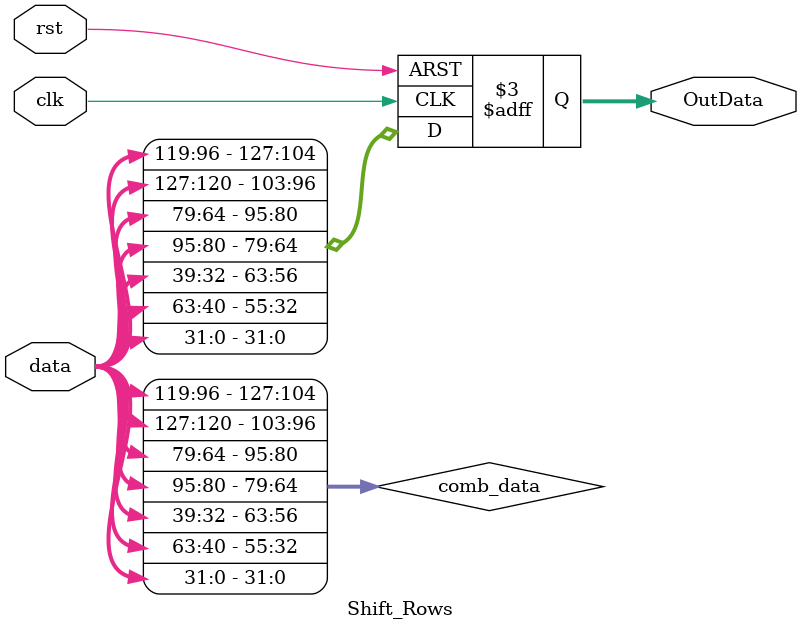
<source format=v>

module Shift_Rows(clk,rst,data,OutData);
input clk,rst;
input         [127:0] data;
output  reg   [127:0] OutData;


wire [127:0] comb_data;

assign comb_data[0*8+7:0*8]=data[0*8+7:0*8];
assign comb_data[1*8+7:1*8]=data[1*8+7:1*8];
assign comb_data[2*8+7:2*8]=data[2*8+7:2*8];
assign comb_data[3*8+7:3*8]=data[3*8+7:3*8];

assign comb_data[4*8+7:4*8]=data[5*8+7:5*8];
assign comb_data[5*8+7:5*8]=data[6*8+7:6*8];
assign comb_data[6*8+7:6*8]=data[7*8+7:7*8];
assign comb_data[7*8+7:7*8]=data[4*8+7:4*8];

assign comb_data[8*8+7:8*8]  =data[10*8+7:10*8];
assign comb_data[9*8+7:9*8]  =data[11*8+7:11*8];
assign comb_data[10*8+7:10*8]=data[8*8+7:8*8];
assign comb_data[11*8+7:11*8]=data[9*8+7:9*8];

assign comb_data[12*8+7:12*8]=data[15*8+7:15*8];
assign comb_data[13*8+7:13*8]=data[12*8+7:12*8];
assign comb_data[14*8+7:14*8]=data[13*8+7:13*8];
assign comb_data[15*8+7:15*8]=data[14*8+7:14*8];

always@(posedge clk , negedge rst)
    begin 
        if(!rst)
            OutData<=0;
        else
            OutData<=comb_data;
    end

endmodule
</source>
